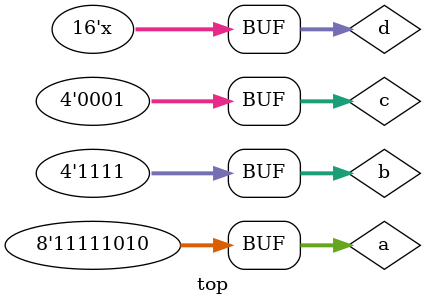
<source format=sv>
/*
:name: integers-signed
:description: Integer literal constants
:should_fail: 0
:tags: 5.7.1
*/
module top();
  logic  [7:0] a;
  logic  [3:0] b;
  logic  [3:0] c;
  logic [15:0] d;

  initial begin
    a = -8'd6;  // this defines the two's-complement of 6,
                 // held in 8 bits—equivalent to -(8'd 6)
    b = 4'shf;   // this denotes the 4-bit number '1111', to
                 // be interpreted as a two's-complement number,
                 // or '-1'. This is equivalent to -4'h 1
    c = -4'sd15; // this is equivalent to -(-4'd 1), or '0001'
    d = 16'sd?;  // the same as 16'sbz
  end

endmodule

</source>
